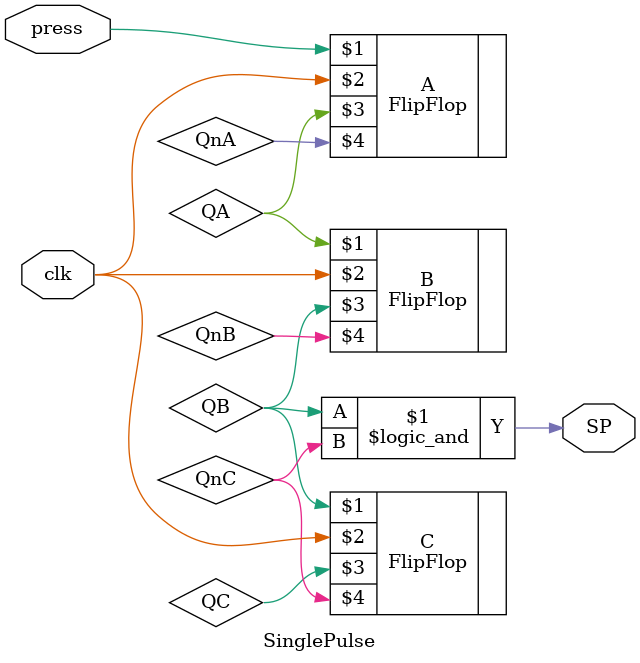
<source format=v>
module SinglePulse(press, clk, SP);
input press, clk;
output SP;

reg QA, QnA, QB, QnB, QC, QnC;

FlipFlop A(press, clk, QA, QnA);
FlipFlop B(QA, clk, QB, QnB);
FlipFlop C(QB, clk, QC, QnC);

assign SP = QB && QnC;

endmodule


</source>
